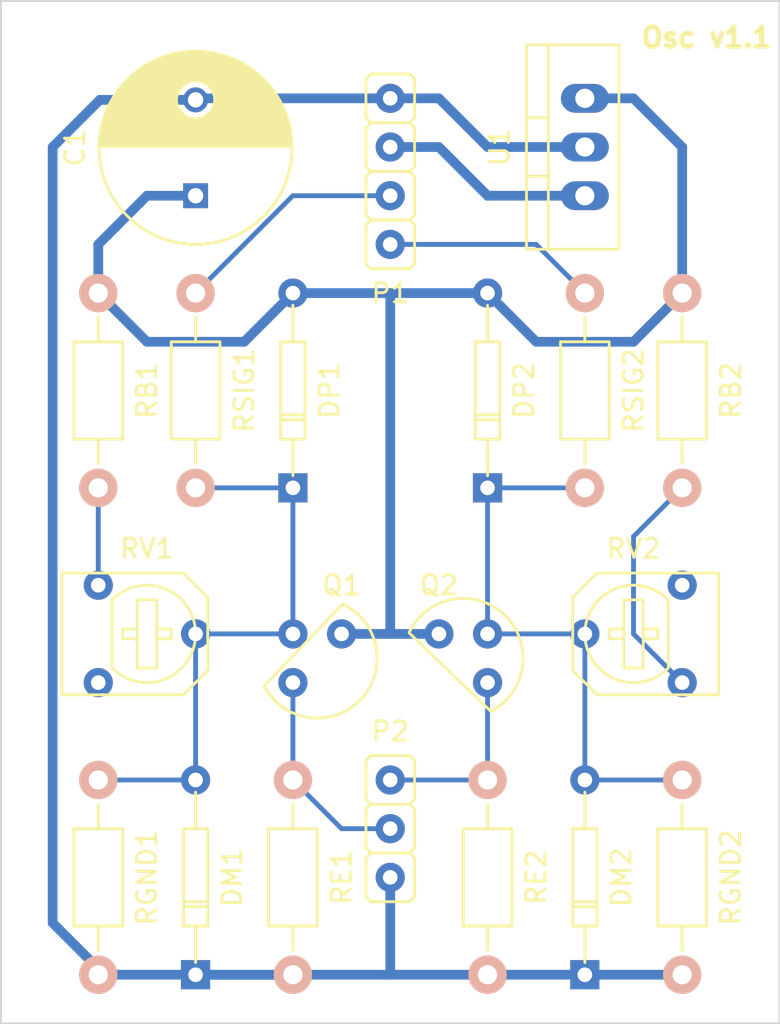
<source format=kicad_pcb>
(kicad_pcb (version 4) (host pcbnew no-vcs-found-product)

  (general
    (links 35)
    (no_connects 0)
    (area 157.429999 17.729999 198.170001 71.170001)
    (thickness 1.6)
    (drawings 5)
    (tracks 60)
    (zones 0)
    (modules 20)
    (nets 12)
  )

  (page A4)
  (layers
    (0 F.Cu signal)
    (31 B.Cu signal)
    (32 B.Adhes user)
    (33 F.Adhes user)
    (34 B.Paste user)
    (35 F.Paste user)
    (36 B.SilkS user)
    (37 F.SilkS user)
    (38 B.Mask user)
    (39 F.Mask user)
    (40 Dwgs.User user)
    (41 Cmts.User user)
    (42 Eco1.User user)
    (43 Eco2.User user)
    (44 Edge.Cuts user)
  )

  (setup
    (last_trace_width 1.016)
    (user_trace_width 0.254)
    (user_trace_width 0.508)
    (user_trace_width 1.016)
    (trace_clearance 0.254)
    (zone_clearance 0.508)
    (zone_45_only no)
    (trace_min 0.254)
    (segment_width 0.2)
    (edge_width 0.1)
    (via_size 0.889)
    (via_drill 0.635)
    (via_min_size 0.889)
    (via_min_drill 0.508)
    (uvia_size 0.508)
    (uvia_drill 0.127)
    (uvias_allowed no)
    (uvia_min_size 0.508)
    (uvia_min_drill 0.127)
    (pcb_text_width 0.3)
    (pcb_text_size 1.016 1.016)
    (mod_edge_width 0.3048)
    (mod_text_size 1 1)
    (mod_text_width 0.15)
    (pad_size 2.032 2.032)
    (pad_drill 1.27)
    (pad_to_mask_clearance 0)
    (aux_axis_origin 0 0)
    (visible_elements FFFFFF3F)
    (pcbplotparams
      (layerselection 0x00030_80000001)
      (usegerberextensions true)
      (excludeedgelayer true)
      (linewidth 0.150000)
      (plotframeref false)
      (viasonmask false)
      (mode 1)
      (useauxorigin false)
      (hpglpennumber 1)
      (hpglpenspeed 20)
      (hpglpendiameter 15)
      (hpglpenoverlay 2)
      (psnegative false)
      (psa4output false)
      (plotreference true)
      (plotvalue true)
      (plotinvisibletext false)
      (padsonsilk false)
      (subtractmaskfromsilk false)
      (outputformat 1)
      (mirror false)
      (drillshape 0)
      (scaleselection 1)
      (outputdirectory output/v1.1/))
  )

  (net 0 "")
  (net 1 GND)
  (net 2 VB1)
  (net 3 VOUT1)
  (net 4 VOUT2)
  (net 5 VSTABLE)
  (net 6 "Net-(RB1-Pad2)")
  (net 7 VIN1)
  (net 8 VIN2)
  (net 9 VCC)
  (net 10 VB2)
  (net 11 "Net-(RB2-Pad2)")

  (net_class Default "This is the default net class."
    (clearance 0.254)
    (trace_width 0.254)
    (via_dia 0.889)
    (via_drill 0.635)
    (uvia_dia 0.508)
    (uvia_drill 0.127)
    (add_net "Net-(RB1-Pad2)")
    (add_net "Net-(RB2-Pad2)")
    (add_net VB1)
    (add_net VB2)
    (add_net VIN1)
    (add_net VIN2)
    (add_net VOUT1)
    (add_net VOUT2)
  )

  (net_class Power ""
    (clearance 0.508)
    (trace_width 0.508)
    (via_dia 0.889)
    (via_drill 0.635)
    (uvia_dia 0.508)
    (uvia_drill 0.127)
    (add_net GND)
    (add_net VCC)
    (add_net VSTABLE)
  )

  (module Capacitors_THT:C_Radial_D10_L20_P5 (layer F.Cu) (tedit 584EC018) (tstamp 584E9EBB)
    (at 167.64 27.94 90)
    (descr "Radial Electrolytic Capacitor Diameter 10mm x Length 20mm, Pitch 5mm")
    (tags "Electrolytic Capacitor")
    (path /5521821E)
    (fp_text reference C1 (at 2.5 -6.3 270) (layer F.SilkS)
      (effects (font (size 1 1) (thickness 0.15)))
    )
    (fp_text value 100uF (at 8.89 0 180) (layer F.Fab) hide
      (effects (font (size 1 1) (thickness 0.15)))
    )
    (fp_line (start 2.575 -4.999) (end 2.575 4.999) (layer F.SilkS) (width 0.15))
    (fp_line (start 2.715 -4.995) (end 2.715 4.995) (layer F.SilkS) (width 0.15))
    (fp_line (start 2.855 -4.987) (end 2.855 4.987) (layer F.SilkS) (width 0.15))
    (fp_line (start 2.995 -4.975) (end 2.995 4.975) (layer F.SilkS) (width 0.15))
    (fp_line (start 3.135 -4.96) (end 3.135 4.96) (layer F.SilkS) (width 0.15))
    (fp_line (start 3.275 -4.94) (end 3.275 4.94) (layer F.SilkS) (width 0.15))
    (fp_line (start 3.415 -4.916) (end 3.415 4.916) (layer F.SilkS) (width 0.15))
    (fp_line (start 3.555 -4.887) (end 3.555 4.887) (layer F.SilkS) (width 0.15))
    (fp_line (start 3.695 -4.855) (end 3.695 4.855) (layer F.SilkS) (width 0.15))
    (fp_line (start 3.835 -4.818) (end 3.835 4.818) (layer F.SilkS) (width 0.15))
    (fp_line (start 3.975 -4.777) (end 3.975 4.777) (layer F.SilkS) (width 0.15))
    (fp_line (start 4.115 -4.732) (end 4.115 -0.466) (layer F.SilkS) (width 0.15))
    (fp_line (start 4.115 0.466) (end 4.115 4.732) (layer F.SilkS) (width 0.15))
    (fp_line (start 4.255 -4.682) (end 4.255 -0.667) (layer F.SilkS) (width 0.15))
    (fp_line (start 4.255 0.667) (end 4.255 4.682) (layer F.SilkS) (width 0.15))
    (fp_line (start 4.395 -4.627) (end 4.395 -0.796) (layer F.SilkS) (width 0.15))
    (fp_line (start 4.395 0.796) (end 4.395 4.627) (layer F.SilkS) (width 0.15))
    (fp_line (start 4.535 -4.567) (end 4.535 -0.885) (layer F.SilkS) (width 0.15))
    (fp_line (start 4.535 0.885) (end 4.535 4.567) (layer F.SilkS) (width 0.15))
    (fp_line (start 4.675 -4.502) (end 4.675 -0.946) (layer F.SilkS) (width 0.15))
    (fp_line (start 4.675 0.946) (end 4.675 4.502) (layer F.SilkS) (width 0.15))
    (fp_line (start 4.815 -4.432) (end 4.815 -0.983) (layer F.SilkS) (width 0.15))
    (fp_line (start 4.815 0.983) (end 4.815 4.432) (layer F.SilkS) (width 0.15))
    (fp_line (start 4.955 -4.356) (end 4.955 -0.999) (layer F.SilkS) (width 0.15))
    (fp_line (start 4.955 0.999) (end 4.955 4.356) (layer F.SilkS) (width 0.15))
    (fp_line (start 5.095 -4.274) (end 5.095 -0.995) (layer F.SilkS) (width 0.15))
    (fp_line (start 5.095 0.995) (end 5.095 4.274) (layer F.SilkS) (width 0.15))
    (fp_line (start 5.235 -4.186) (end 5.235 -0.972) (layer F.SilkS) (width 0.15))
    (fp_line (start 5.235 0.972) (end 5.235 4.186) (layer F.SilkS) (width 0.15))
    (fp_line (start 5.375 -4.091) (end 5.375 -0.927) (layer F.SilkS) (width 0.15))
    (fp_line (start 5.375 0.927) (end 5.375 4.091) (layer F.SilkS) (width 0.15))
    (fp_line (start 5.515 -3.989) (end 5.515 -0.857) (layer F.SilkS) (width 0.15))
    (fp_line (start 5.515 0.857) (end 5.515 3.989) (layer F.SilkS) (width 0.15))
    (fp_line (start 5.655 -3.879) (end 5.655 -0.756) (layer F.SilkS) (width 0.15))
    (fp_line (start 5.655 0.756) (end 5.655 3.879) (layer F.SilkS) (width 0.15))
    (fp_line (start 5.795 -3.761) (end 5.795 -0.607) (layer F.SilkS) (width 0.15))
    (fp_line (start 5.795 0.607) (end 5.795 3.761) (layer F.SilkS) (width 0.15))
    (fp_line (start 5.935 -3.633) (end 5.935 -0.355) (layer F.SilkS) (width 0.15))
    (fp_line (start 5.935 0.355) (end 5.935 3.633) (layer F.SilkS) (width 0.15))
    (fp_line (start 6.075 -3.496) (end 6.075 3.496) (layer F.SilkS) (width 0.15))
    (fp_line (start 6.215 -3.346) (end 6.215 3.346) (layer F.SilkS) (width 0.15))
    (fp_line (start 6.355 -3.184) (end 6.355 3.184) (layer F.SilkS) (width 0.15))
    (fp_line (start 6.495 -3.007) (end 6.495 3.007) (layer F.SilkS) (width 0.15))
    (fp_line (start 6.635 -2.811) (end 6.635 2.811) (layer F.SilkS) (width 0.15))
    (fp_line (start 6.775 -2.593) (end 6.775 2.593) (layer F.SilkS) (width 0.15))
    (fp_line (start 6.915 -2.347) (end 6.915 2.347) (layer F.SilkS) (width 0.15))
    (fp_line (start 7.055 -2.062) (end 7.055 2.062) (layer F.SilkS) (width 0.15))
    (fp_line (start 7.195 -1.72) (end 7.195 1.72) (layer F.SilkS) (width 0.15))
    (fp_line (start 7.335 -1.274) (end 7.335 1.274) (layer F.SilkS) (width 0.15))
    (fp_line (start 7.475 -0.499) (end 7.475 0.499) (layer F.SilkS) (width 0.15))
    (fp_circle (center 5 0) (end 5 -1) (layer F.SilkS) (width 0.15))
    (fp_circle (center 2.5 0) (end 2.5 -5.0375) (layer F.SilkS) (width 0.15))
    (fp_circle (center 2.5 0) (end 2.5 -5.3) (layer F.CrtYd) (width 0.05))
    (pad 1 thru_hole rect (at 0 0 90) (size 1.3 1.3) (drill 0.8) (layers *.Cu *.Mask)
      (net 5 VSTABLE))
    (pad 2 thru_hole circle (at 5 0 90) (size 1.3 1.3) (drill 0.8) (layers *.Cu *.Mask)
      (net 1 GND))
    (model Capacitors_ThroughHole.3dshapes/C_Radial_D10_L20_P5.wrl
      (at (xyz 0 0 0))
      (scale (xyz 1 1 1))
      (rotate (xyz 0 0 0))
    )
  )

  (module boul51:Diode-DO41 (layer F.Cu) (tedit 584EB940) (tstamp 584E9EC0)
    (at 167.64 63.5 90)
    (path /567ED458)
    (fp_text reference DM1 (at 0 1.905 90) (layer F.SilkS)
      (effects (font (size 1 1) (thickness 0.15)))
    )
    (fp_text value 1N4007 (at 0 0 90) (layer F.Fab) hide
      (effects (font (size 1 1) (thickness 0.15)))
    )
    (fp_line (start -1.524 -0.635) (end -1.524 0.635) (layer F.SilkS) (width 0.15))
    (fp_line (start -1.27 -0.635) (end -1.27 0.635) (layer F.SilkS) (width 0.15))
    (fp_line (start 2.54 0) (end 4.445 0) (layer F.SilkS) (width 0.15))
    (fp_line (start 2.54 0) (end 2.54 -0.635) (layer F.SilkS) (width 0.15))
    (fp_line (start 2.54 -0.635) (end -2.54 -0.635) (layer F.SilkS) (width 0.15))
    (fp_line (start -2.54 -0.635) (end -2.54 0.635) (layer F.SilkS) (width 0.15))
    (fp_line (start -2.54 0.635) (end 2.54 0.635) (layer F.SilkS) (width 0.15))
    (fp_line (start 2.54 0.635) (end 2.54 0) (layer F.SilkS) (width 0.15))
    (fp_line (start -4.445 0) (end -2.54 0) (layer F.SilkS) (width 0.15))
    (pad 1 thru_hole rect (at -5.08 0 90) (size 1.524 1.524) (drill 0.762) (layers *.Cu *.Mask)
      (net 1 GND))
    (pad 2 thru_hole circle (at 5.08 0 90) (size 1.524 1.524) (drill 0.762) (layers *.Cu *.Mask)
      (net 2 VB1))
    (model ${KIUSERMOD}/boul51.3dshapes/Diode-DO41.wrl
      (at (xyz 0 0 0))
      (scale (xyz 1 1 1))
      (rotate (xyz 0 0 0))
    )
  )

  (module boul51:Diode-DO41 (layer F.Cu) (tedit 584EB8FD) (tstamp 584E9EDC)
    (at 172.72 38.1 90)
    (path /567ED26D)
    (fp_text reference DP1 (at 0 1.905 90) (layer F.SilkS)
      (effects (font (size 1 1) (thickness 0.15)))
    )
    (fp_text value 1N4007 (at 0 0 90) (layer F.Fab) hide
      (effects (font (size 1 1) (thickness 0.15)))
    )
    (fp_line (start -1.524 -0.635) (end -1.524 0.635) (layer F.SilkS) (width 0.15))
    (fp_line (start -1.27 -0.635) (end -1.27 0.635) (layer F.SilkS) (width 0.15))
    (fp_line (start 2.54 0) (end 4.445 0) (layer F.SilkS) (width 0.15))
    (fp_line (start 2.54 0) (end 2.54 -0.635) (layer F.SilkS) (width 0.15))
    (fp_line (start 2.54 -0.635) (end -2.54 -0.635) (layer F.SilkS) (width 0.15))
    (fp_line (start -2.54 -0.635) (end -2.54 0.635) (layer F.SilkS) (width 0.15))
    (fp_line (start -2.54 0.635) (end 2.54 0.635) (layer F.SilkS) (width 0.15))
    (fp_line (start 2.54 0.635) (end 2.54 0) (layer F.SilkS) (width 0.15))
    (fp_line (start -4.445 0) (end -2.54 0) (layer F.SilkS) (width 0.15))
    (pad 1 thru_hole rect (at -5.08 0 90) (size 1.524 1.524) (drill 0.762) (layers *.Cu *.Mask)
      (net 2 VB1))
    (pad 2 thru_hole circle (at 5.08 0 90) (size 1.524 1.524) (drill 0.762) (layers *.Cu *.Mask)
      (net 5 VSTABLE))
    (model ${KIUSERMOD}/boul51.3dshapes/Diode-DO41.wrl
      (at (xyz 0 0 0))
      (scale (xyz 1 1 1))
      (rotate (xyz 0 0 0))
    )
  )

  (module boul51:TO-92_1 (layer F.Cu) (tedit 584EB94B) (tstamp 584E9EF8)
    (at 175.26 50.8 180)
    (path /5521824E)
    (fp_text reference Q1 (at 0 2.54 180) (layer F.SilkS)
      (effects (font (size 1 1) (thickness 0.15)))
    )
    (fp_text value BC547b (at 1.27 4.445 180) (layer F.Fab) hide
      (effects (font (size 1 1) (thickness 0.15)))
    )
    (fp_line (start -0.0508 1.5494) (end 4.04114 -2.71272) (layer F.SilkS) (width 0.15))
    (fp_arc (start 1.27 -1.27) (end -0.0762 1.5494) (angle 217) (layer F.SilkS) (width 0.15))
    (pad 1 thru_hole circle (at 0 0 180) (size 1.524 1.524) (drill 0.762) (layers *.Cu *.Mask)
      (net 5 VSTABLE))
    (pad 2 thru_hole circle (at 2.54 0 180) (size 1.524 1.524) (drill 0.762) (layers *.Cu *.Mask)
      (net 2 VB1))
    (pad 3 thru_hole circle (at 2.54 -2.54 180) (size 1.524 1.524) (drill 0.762) (layers *.Cu *.Mask)
      (net 3 VOUT1))
    (model /home/boul/Elec/Kicad/Lib/boul51.3dshapes/TO-92_1.wrl
      (at (xyz 0 0 0))
      (scale (xyz 1 1 1))
      (rotate (xyz 0 0 0))
    )
  )

  (module Resistors_THT:Resistor_Horizontal_RM10mm (layer F.Cu) (tedit 584EB78B) (tstamp 584E9F08)
    (at 162.56 33.02 270)
    (descr "Resistor, Axial,  RM 10mm, 1/3W")
    (tags "Resistor Axial RM 10mm 1/3W")
    (path /5521820A)
    (fp_text reference RB1 (at 5.08 -2.54 270) (layer F.SilkS)
      (effects (font (size 1 1) (thickness 0.15)))
    )
    (fp_text value 33k (at 5.08 0 270) (layer F.Fab)
      (effects (font (size 1 1) (thickness 0.15)))
    )
    (fp_line (start -1.25 -1.5) (end 11.4 -1.5) (layer F.CrtYd) (width 0.05))
    (fp_line (start -1.25 1.5) (end -1.25 -1.5) (layer F.CrtYd) (width 0.05))
    (fp_line (start 11.4 -1.5) (end 11.4 1.5) (layer F.CrtYd) (width 0.05))
    (fp_line (start -1.25 1.5) (end 11.4 1.5) (layer F.CrtYd) (width 0.05))
    (fp_line (start 2.54 -1.27) (end 7.62 -1.27) (layer F.SilkS) (width 0.15))
    (fp_line (start 7.62 -1.27) (end 7.62 1.27) (layer F.SilkS) (width 0.15))
    (fp_line (start 7.62 1.27) (end 2.54 1.27) (layer F.SilkS) (width 0.15))
    (fp_line (start 2.54 1.27) (end 2.54 -1.27) (layer F.SilkS) (width 0.15))
    (fp_line (start 2.54 0) (end 1.27 0) (layer F.SilkS) (width 0.15))
    (fp_line (start 7.62 0) (end 8.89 0) (layer F.SilkS) (width 0.15))
    (pad 1 thru_hole circle (at 0 0 270) (size 1.99898 1.99898) (drill 1.00076) (layers *.Cu *.SilkS *.Mask)
      (net 5 VSTABLE))
    (pad 2 thru_hole circle (at 10.16 0 270) (size 1.99898 1.99898) (drill 1.00076) (layers *.Cu *.SilkS *.Mask)
      (net 6 "Net-(RB1-Pad2)"))
    (model Resistors_ThroughHole.3dshapes/Resistor_Horizontal_RM10mm.wrl
      (at (xyz 0.2 0 0))
      (scale (xyz 0.4 0.4 0.4))
      (rotate (xyz 0 0 0))
    )
  )

  (module Resistors_THT:Resistor_Horizontal_RM10mm (layer F.Cu) (tedit 584EB934) (tstamp 584E9F12)
    (at 172.72 58.42 270)
    (descr "Resistor, Axial,  RM 10mm, 1/3W")
    (tags "Resistor Axial RM 10mm 1/3W")
    (path /55218DEE)
    (fp_text reference RE1 (at 5.08 -2.54 270) (layer F.SilkS)
      (effects (font (size 1 1) (thickness 0.15)))
    )
    (fp_text value 1k (at 5.08 0 270) (layer F.Fab)
      (effects (font (size 1 1) (thickness 0.15)))
    )
    (fp_line (start -1.25 -1.5) (end 11.4 -1.5) (layer F.CrtYd) (width 0.05))
    (fp_line (start -1.25 1.5) (end -1.25 -1.5) (layer F.CrtYd) (width 0.05))
    (fp_line (start 11.4 -1.5) (end 11.4 1.5) (layer F.CrtYd) (width 0.05))
    (fp_line (start -1.25 1.5) (end 11.4 1.5) (layer F.CrtYd) (width 0.05))
    (fp_line (start 2.54 -1.27) (end 7.62 -1.27) (layer F.SilkS) (width 0.15))
    (fp_line (start 7.62 -1.27) (end 7.62 1.27) (layer F.SilkS) (width 0.15))
    (fp_line (start 7.62 1.27) (end 2.54 1.27) (layer F.SilkS) (width 0.15))
    (fp_line (start 2.54 1.27) (end 2.54 -1.27) (layer F.SilkS) (width 0.15))
    (fp_line (start 2.54 0) (end 1.27 0) (layer F.SilkS) (width 0.15))
    (fp_line (start 7.62 0) (end 8.89 0) (layer F.SilkS) (width 0.15))
    (pad 1 thru_hole circle (at 0 0 270) (size 1.99898 1.99898) (drill 1.00076) (layers *.Cu *.SilkS *.Mask)
      (net 3 VOUT1))
    (pad 2 thru_hole circle (at 10.16 0 270) (size 1.99898 1.99898) (drill 1.00076) (layers *.Cu *.SilkS *.Mask)
      (net 1 GND))
    (model Resistors_ThroughHole.3dshapes/Resistor_Horizontal_RM10mm.wrl
      (at (xyz 0.2 0 0))
      (scale (xyz 0.4 0.4 0.4))
      (rotate (xyz 0 0 0))
    )
  )

  (module Resistors_THT:Resistor_Horizontal_RM10mm (layer F.Cu) (tedit 584EB7BD) (tstamp 584E9F1C)
    (at 162.56 58.42 270)
    (descr "Resistor, Axial,  RM 10mm, 1/3W")
    (tags "Resistor Axial RM 10mm 1/3W")
    (path /55218E22)
    (fp_text reference RGND1 (at 5.08 -2.54 270) (layer F.SilkS)
      (effects (font (size 1 1) (thickness 0.15)))
    )
    (fp_text value 56k (at 5.08 0 270) (layer F.Fab)
      (effects (font (size 1 1) (thickness 0.15)))
    )
    (fp_line (start -1.25 -1.5) (end 11.4 -1.5) (layer F.CrtYd) (width 0.05))
    (fp_line (start -1.25 1.5) (end -1.25 -1.5) (layer F.CrtYd) (width 0.05))
    (fp_line (start 11.4 -1.5) (end 11.4 1.5) (layer F.CrtYd) (width 0.05))
    (fp_line (start -1.25 1.5) (end 11.4 1.5) (layer F.CrtYd) (width 0.05))
    (fp_line (start 2.54 -1.27) (end 7.62 -1.27) (layer F.SilkS) (width 0.15))
    (fp_line (start 7.62 -1.27) (end 7.62 1.27) (layer F.SilkS) (width 0.15))
    (fp_line (start 7.62 1.27) (end 2.54 1.27) (layer F.SilkS) (width 0.15))
    (fp_line (start 2.54 1.27) (end 2.54 -1.27) (layer F.SilkS) (width 0.15))
    (fp_line (start 2.54 0) (end 1.27 0) (layer F.SilkS) (width 0.15))
    (fp_line (start 7.62 0) (end 8.89 0) (layer F.SilkS) (width 0.15))
    (pad 1 thru_hole circle (at 0 0 270) (size 1.99898 1.99898) (drill 1.00076) (layers *.Cu *.SilkS *.Mask)
      (net 2 VB1))
    (pad 2 thru_hole circle (at 10.16 0 270) (size 1.99898 1.99898) (drill 1.00076) (layers *.Cu *.SilkS *.Mask)
      (net 1 GND))
    (model Resistors_ThroughHole.3dshapes/Resistor_Horizontal_RM10mm.wrl
      (at (xyz 0.2 0 0))
      (scale (xyz 0.4 0.4 0.4))
      (rotate (xyz 0 0 0))
    )
  )

  (module Resistors_THT:Resistor_Horizontal_RM10mm (layer F.Cu) (tedit 584EB786) (tstamp 584E9F26)
    (at 167.64 33.02 270)
    (descr "Resistor, Axial,  RM 10mm, 1/3W")
    (tags "Resistor Axial RM 10mm 1/3W")
    (path /55218E14)
    (fp_text reference RSIG1 (at 5.08 -2.54 270) (layer F.SilkS)
      (effects (font (size 1 1) (thickness 0.15)))
    )
    (fp_text value 1MEG (at 5.08 0 270) (layer F.Fab)
      (effects (font (size 1 1) (thickness 0.15)))
    )
    (fp_line (start -1.25 -1.5) (end 11.4 -1.5) (layer F.CrtYd) (width 0.05))
    (fp_line (start -1.25 1.5) (end -1.25 -1.5) (layer F.CrtYd) (width 0.05))
    (fp_line (start 11.4 -1.5) (end 11.4 1.5) (layer F.CrtYd) (width 0.05))
    (fp_line (start -1.25 1.5) (end 11.4 1.5) (layer F.CrtYd) (width 0.05))
    (fp_line (start 2.54 -1.27) (end 7.62 -1.27) (layer F.SilkS) (width 0.15))
    (fp_line (start 7.62 -1.27) (end 7.62 1.27) (layer F.SilkS) (width 0.15))
    (fp_line (start 7.62 1.27) (end 2.54 1.27) (layer F.SilkS) (width 0.15))
    (fp_line (start 2.54 1.27) (end 2.54 -1.27) (layer F.SilkS) (width 0.15))
    (fp_line (start 2.54 0) (end 1.27 0) (layer F.SilkS) (width 0.15))
    (fp_line (start 7.62 0) (end 8.89 0) (layer F.SilkS) (width 0.15))
    (pad 1 thru_hole circle (at 0 0 270) (size 1.99898 1.99898) (drill 1.00076) (layers *.Cu *.SilkS *.Mask)
      (net 7 VIN1))
    (pad 2 thru_hole circle (at 10.16 0 270) (size 1.99898 1.99898) (drill 1.00076) (layers *.Cu *.SilkS *.Mask)
      (net 2 VB1))
    (model Resistors_ThroughHole.3dshapes/Resistor_Horizontal_RM10mm.wrl
      (at (xyz 0.2 0 0))
      (scale (xyz 0.4 0.4 0.4))
      (rotate (xyz 0 0 0))
    )
  )

  (module boul51:Pot_5x8mm (layer F.Cu) (tedit 584EB8D0) (tstamp 584E9F30)
    (at 165.1 50.8 270)
    (path /5523F1E1)
    (fp_text reference RV1 (at -4.445 0 360) (layer F.SilkS)
      (effects (font (size 1 1) (thickness 0.15)))
    )
    (fp_text value 47k (at 0 3.175 270) (layer F.Fab)
      (effects (font (size 1 1) (thickness 0.15)))
    )
    (fp_line (start -0.254 -0.508) (end -0.254 -1.27) (layer F.SilkS) (width 0.15))
    (fp_line (start -0.254 -1.27) (end 0.254 -1.27) (layer F.SilkS) (width 0.15))
    (fp_line (start 0.254 -1.27) (end 0.254 -0.508) (layer F.SilkS) (width 0.15))
    (fp_line (start -0.254 0.508) (end -0.254 1.27) (layer F.SilkS) (width 0.15))
    (fp_line (start -0.254 1.27) (end 0.254 1.27) (layer F.SilkS) (width 0.15))
    (fp_line (start 0.254 1.27) (end 0.254 0.508) (layer F.SilkS) (width 0.15))
    (fp_line (start 1.778 0) (end 1.778 -0.508) (layer F.SilkS) (width 0.15))
    (fp_line (start 1.778 -0.508) (end -1.778 -0.508) (layer F.SilkS) (width 0.15))
    (fp_line (start -1.778 -0.508) (end -1.778 0.508) (layer F.SilkS) (width 0.15))
    (fp_line (start -1.778 0.508) (end 1.778 0.508) (layer F.SilkS) (width 0.15))
    (fp_line (start 1.778 0.508) (end 1.778 0) (layer F.SilkS) (width 0.15))
    (fp_line (start -1.78308 1.8161) (end 1.78816 1.8161) (layer F.SilkS) (width 0.15))
    (fp_arc (start 0 0) (end -2.54 0) (angle -45) (layer F.SilkS) (width 0.15))
    (fp_arc (start 0 0) (end 2.54 0) (angle 45) (layer F.SilkS) (width 0.15))
    (fp_arc (start 0 0) (end 2.54 0) (angle -180) (layer F.SilkS) (width 0.15))
    (fp_line (start -3.175 -1.905) (end -3.175 4.445) (layer F.SilkS) (width 0.15))
    (fp_line (start 3.175 -1.905) (end 3.175 4.445) (layer F.SilkS) (width 0.15))
    (fp_line (start -3.175 -1.905) (end -1.905 -3.175) (layer F.SilkS) (width 0.15))
    (fp_line (start -1.905 -3.175) (end 1.905 -3.175) (layer F.SilkS) (width 0.15))
    (fp_line (start 1.905 -3.175) (end 3.175 -1.905) (layer F.SilkS) (width 0.15))
    (fp_line (start 3.175 4.445) (end -3.175 4.445) (layer F.SilkS) (width 0.15))
    (pad 1 thru_hole circle (at -2.54 2.54 270) (size 1.524 1.524) (drill 0.762) (layers *.Cu *.Mask)
      (net 6 "Net-(RB1-Pad2)"))
    (pad 2 thru_hole circle (at 0 -2.54 270) (size 1.524 1.524) (drill 0.762) (layers *.Cu *.Mask)
      (net 2 VB1))
    (pad 3 thru_hole circle (at 2.54 2.54 270) (size 1.524 1.524) (drill 0.762) (layers *.Cu *.Mask))
    (model ${KIUSERMOD}/boul51.3dshapes/Pot_5x8mm.wrl
      (at (xyz 0 0 0))
      (scale (xyz 1 1 1))
      (rotate (xyz 0 0 0))
    )
  )

  (module TO_SOT_Packages_THT:TO-220_Neutral123_Vertical (layer F.Cu) (tedit 584EC01B) (tstamp 584E9F66)
    (at 187.96 25.4 90)
    (descr "TO-220, Neutral, Vertical,")
    (tags "TO-220, Neutral, Vertical,")
    (path /552181E0)
    (fp_text reference U1 (at 0 -4.445 270) (layer F.SilkS)
      (effects (font (size 1 1) (thickness 0.15)))
    )
    (fp_text value LM2931A (at 6.35 -0.635 180) (layer F.Fab) hide
      (effects (font (size 1 1) (thickness 0.15)))
    )
    (fp_line (start -1.524 -3.048) (end -1.524 -1.905) (layer F.SilkS) (width 0.15))
    (fp_line (start 1.524 -3.048) (end 1.524 -1.905) (layer F.SilkS) (width 0.15))
    (fp_line (start 5.334 -1.905) (end 5.334 1.778) (layer F.SilkS) (width 0.15))
    (fp_line (start 5.334 1.778) (end -5.334 1.778) (layer F.SilkS) (width 0.15))
    (fp_line (start -5.334 1.778) (end -5.334 -1.905) (layer F.SilkS) (width 0.15))
    (fp_line (start 5.334 -3.048) (end 5.334 -1.905) (layer F.SilkS) (width 0.15))
    (fp_line (start 5.334 -1.905) (end -5.334 -1.905) (layer F.SilkS) (width 0.15))
    (fp_line (start -5.334 -1.905) (end -5.334 -3.048) (layer F.SilkS) (width 0.15))
    (fp_line (start 0 -3.048) (end -5.334 -3.048) (layer F.SilkS) (width 0.15))
    (fp_line (start 0 -3.048) (end 5.334 -3.048) (layer F.SilkS) (width 0.15))
    (pad 2 thru_hole oval (at 0 0 180) (size 2.49936 1.50114) (drill 1.00076) (layers *.Cu *.Mask)
      (net 1 GND))
    (pad 1 thru_hole oval (at -2.54 0 180) (size 2.49936 1.50114) (drill 1.00076) (layers *.Cu *.Mask)
      (net 9 VCC))
    (pad 3 thru_hole oval (at 2.54 0 180) (size 2.49936 1.50114) (drill 1.00076) (layers *.Cu *.Mask)
      (net 5 VSTABLE))
    (model TO_SOT_Packages_THT.3dshapes/TO-220_Neutral123_Vertical.wrl
      (at (xyz 0 0 0))
      (scale (xyz 0.3937 0.3937 0.3937))
      (rotate (xyz 0 0 0))
    )
  )

  (module boul51:Diode-DO41 (layer F.Cu) (tedit 584EB939) (tstamp 584EAAAF)
    (at 187.96 63.5 90)
    (path /567ECDB6)
    (fp_text reference DM2 (at 0 1.905 90) (layer F.SilkS)
      (effects (font (size 1 1) (thickness 0.15)))
    )
    (fp_text value 1N4007 (at 0 0 90) (layer F.Fab) hide
      (effects (font (size 1 1) (thickness 0.15)))
    )
    (fp_line (start -1.524 -0.635) (end -1.524 0.635) (layer F.SilkS) (width 0.15))
    (fp_line (start -1.27 -0.635) (end -1.27 0.635) (layer F.SilkS) (width 0.15))
    (fp_line (start 2.54 0) (end 4.445 0) (layer F.SilkS) (width 0.15))
    (fp_line (start 2.54 0) (end 2.54 -0.635) (layer F.SilkS) (width 0.15))
    (fp_line (start 2.54 -0.635) (end -2.54 -0.635) (layer F.SilkS) (width 0.15))
    (fp_line (start -2.54 -0.635) (end -2.54 0.635) (layer F.SilkS) (width 0.15))
    (fp_line (start -2.54 0.635) (end 2.54 0.635) (layer F.SilkS) (width 0.15))
    (fp_line (start 2.54 0.635) (end 2.54 0) (layer F.SilkS) (width 0.15))
    (fp_line (start -4.445 0) (end -2.54 0) (layer F.SilkS) (width 0.15))
    (pad 1 thru_hole rect (at -5.08 0 90) (size 1.524 1.524) (drill 0.762) (layers *.Cu *.Mask)
      (net 1 GND))
    (pad 2 thru_hole circle (at 5.08 0 90) (size 1.524 1.524) (drill 0.762) (layers *.Cu *.Mask)
      (net 10 VB2))
    (model ${KIUSERMOD}/boul51.3dshapes/Diode-DO41.wrl
      (at (xyz 0 0 0))
      (scale (xyz 1 1 1))
      (rotate (xyz 0 0 0))
    )
  )

  (module boul51:Diode-DO41 (layer F.Cu) (tedit 584EB8F8) (tstamp 584EAABE)
    (at 182.88 38.1 90)
    (path /567EC9C7)
    (fp_text reference DP2 (at 0 1.905 90) (layer F.SilkS)
      (effects (font (size 1 1) (thickness 0.15)))
    )
    (fp_text value 1N4007 (at 0 0 90) (layer F.Fab) hide
      (effects (font (size 1 1) (thickness 0.15)))
    )
    (fp_line (start -1.524 -0.635) (end -1.524 0.635) (layer F.SilkS) (width 0.15))
    (fp_line (start -1.27 -0.635) (end -1.27 0.635) (layer F.SilkS) (width 0.15))
    (fp_line (start 2.54 0) (end 4.445 0) (layer F.SilkS) (width 0.15))
    (fp_line (start 2.54 0) (end 2.54 -0.635) (layer F.SilkS) (width 0.15))
    (fp_line (start 2.54 -0.635) (end -2.54 -0.635) (layer F.SilkS) (width 0.15))
    (fp_line (start -2.54 -0.635) (end -2.54 0.635) (layer F.SilkS) (width 0.15))
    (fp_line (start -2.54 0.635) (end 2.54 0.635) (layer F.SilkS) (width 0.15))
    (fp_line (start 2.54 0.635) (end 2.54 0) (layer F.SilkS) (width 0.15))
    (fp_line (start -4.445 0) (end -2.54 0) (layer F.SilkS) (width 0.15))
    (pad 1 thru_hole rect (at -5.08 0 90) (size 1.524 1.524) (drill 0.762) (layers *.Cu *.Mask)
      (net 10 VB2))
    (pad 2 thru_hole circle (at 5.08 0 90) (size 1.524 1.524) (drill 0.762) (layers *.Cu *.Mask)
      (net 5 VSTABLE))
    (model ${KIUSERMOD}/boul51.3dshapes/Diode-DO41.wrl
      (at (xyz 0 0 0))
      (scale (xyz 1 1 1))
      (rotate (xyz 0 0 0))
    )
  )

  (module Resistors_THT:Resistor_Horizontal_RM10mm (layer F.Cu) (tedit 584EB765) (tstamp 584EAACD)
    (at 193.04 33.02 270)
    (descr "Resistor, Axial,  RM 10mm, 1/3W")
    (tags "Resistor Axial RM 10mm 1/3W")
    (path /5523F46B)
    (fp_text reference RB2 (at 5.08 -2.54 270) (layer F.SilkS)
      (effects (font (size 1 1) (thickness 0.15)))
    )
    (fp_text value 33k (at 5.08 0 270) (layer F.Fab)
      (effects (font (size 1 1) (thickness 0.15)))
    )
    (fp_line (start -1.25 -1.5) (end 11.4 -1.5) (layer F.CrtYd) (width 0.05))
    (fp_line (start -1.25 1.5) (end -1.25 -1.5) (layer F.CrtYd) (width 0.05))
    (fp_line (start 11.4 -1.5) (end 11.4 1.5) (layer F.CrtYd) (width 0.05))
    (fp_line (start -1.25 1.5) (end 11.4 1.5) (layer F.CrtYd) (width 0.05))
    (fp_line (start 2.54 -1.27) (end 7.62 -1.27) (layer F.SilkS) (width 0.15))
    (fp_line (start 7.62 -1.27) (end 7.62 1.27) (layer F.SilkS) (width 0.15))
    (fp_line (start 7.62 1.27) (end 2.54 1.27) (layer F.SilkS) (width 0.15))
    (fp_line (start 2.54 1.27) (end 2.54 -1.27) (layer F.SilkS) (width 0.15))
    (fp_line (start 2.54 0) (end 1.27 0) (layer F.SilkS) (width 0.15))
    (fp_line (start 7.62 0) (end 8.89 0) (layer F.SilkS) (width 0.15))
    (pad 1 thru_hole circle (at 0 0 270) (size 1.99898 1.99898) (drill 1.00076) (layers *.Cu *.SilkS *.Mask)
      (net 5 VSTABLE))
    (pad 2 thru_hole circle (at 10.16 0 270) (size 1.99898 1.99898) (drill 1.00076) (layers *.Cu *.SilkS *.Mask)
      (net 11 "Net-(RB2-Pad2)"))
    (model Resistors_ThroughHole.3dshapes/Resistor_Horizontal_RM10mm.wrl
      (at (xyz 0.2 0 0))
      (scale (xyz 0.4 0.4 0.4))
      (rotate (xyz 0 0 0))
    )
  )

  (module Resistors_THT:Resistor_Horizontal_RM10mm (layer F.Cu) (tedit 584EB93B) (tstamp 584EAAD3)
    (at 182.88 58.42 270)
    (descr "Resistor, Axial,  RM 10mm, 1/3W")
    (tags "Resistor Axial RM 10mm 1/3W")
    (path /5523F477)
    (fp_text reference RE2 (at 5.08 -2.54 270) (layer F.SilkS)
      (effects (font (size 1 1) (thickness 0.15)))
    )
    (fp_text value 1k (at 5.08 0 270) (layer F.Fab)
      (effects (font (size 1 1) (thickness 0.15)))
    )
    (fp_line (start -1.25 -1.5) (end 11.4 -1.5) (layer F.CrtYd) (width 0.05))
    (fp_line (start -1.25 1.5) (end -1.25 -1.5) (layer F.CrtYd) (width 0.05))
    (fp_line (start 11.4 -1.5) (end 11.4 1.5) (layer F.CrtYd) (width 0.05))
    (fp_line (start -1.25 1.5) (end 11.4 1.5) (layer F.CrtYd) (width 0.05))
    (fp_line (start 2.54 -1.27) (end 7.62 -1.27) (layer F.SilkS) (width 0.15))
    (fp_line (start 7.62 -1.27) (end 7.62 1.27) (layer F.SilkS) (width 0.15))
    (fp_line (start 7.62 1.27) (end 2.54 1.27) (layer F.SilkS) (width 0.15))
    (fp_line (start 2.54 1.27) (end 2.54 -1.27) (layer F.SilkS) (width 0.15))
    (fp_line (start 2.54 0) (end 1.27 0) (layer F.SilkS) (width 0.15))
    (fp_line (start 7.62 0) (end 8.89 0) (layer F.SilkS) (width 0.15))
    (pad 1 thru_hole circle (at 0 0 270) (size 1.99898 1.99898) (drill 1.00076) (layers *.Cu *.SilkS *.Mask)
      (net 4 VOUT2))
    (pad 2 thru_hole circle (at 10.16 0 270) (size 1.99898 1.99898) (drill 1.00076) (layers *.Cu *.SilkS *.Mask)
      (net 1 GND))
    (model Resistors_ThroughHole.3dshapes/Resistor_Horizontal_RM10mm.wrl
      (at (xyz 0.2 0 0))
      (scale (xyz 0.4 0.4 0.4))
      (rotate (xyz 0 0 0))
    )
  )

  (module Resistors_THT:Resistor_Horizontal_RM10mm (layer F.Cu) (tedit 584EB8DD) (tstamp 584EAAD9)
    (at 193.04 58.42 270)
    (descr "Resistor, Axial,  RM 10mm, 1/3W")
    (tags "Resistor Axial RM 10mm 1/3W")
    (path /5523F489)
    (fp_text reference RGND2 (at 5.08 -2.54 270) (layer F.SilkS)
      (effects (font (size 1 1) (thickness 0.15)))
    )
    (fp_text value 56k (at 5.08 0 270) (layer F.Fab)
      (effects (font (size 1 1) (thickness 0.15)))
    )
    (fp_line (start -1.25 -1.5) (end 11.4 -1.5) (layer F.CrtYd) (width 0.05))
    (fp_line (start -1.25 1.5) (end -1.25 -1.5) (layer F.CrtYd) (width 0.05))
    (fp_line (start 11.4 -1.5) (end 11.4 1.5) (layer F.CrtYd) (width 0.05))
    (fp_line (start -1.25 1.5) (end 11.4 1.5) (layer F.CrtYd) (width 0.05))
    (fp_line (start 2.54 -1.27) (end 7.62 -1.27) (layer F.SilkS) (width 0.15))
    (fp_line (start 7.62 -1.27) (end 7.62 1.27) (layer F.SilkS) (width 0.15))
    (fp_line (start 7.62 1.27) (end 2.54 1.27) (layer F.SilkS) (width 0.15))
    (fp_line (start 2.54 1.27) (end 2.54 -1.27) (layer F.SilkS) (width 0.15))
    (fp_line (start 2.54 0) (end 1.27 0) (layer F.SilkS) (width 0.15))
    (fp_line (start 7.62 0) (end 8.89 0) (layer F.SilkS) (width 0.15))
    (pad 1 thru_hole circle (at 0 0 270) (size 1.99898 1.99898) (drill 1.00076) (layers *.Cu *.SilkS *.Mask)
      (net 10 VB2))
    (pad 2 thru_hole circle (at 10.16 0 270) (size 1.99898 1.99898) (drill 1.00076) (layers *.Cu *.SilkS *.Mask)
      (net 1 GND))
    (model Resistors_ThroughHole.3dshapes/Resistor_Horizontal_RM10mm.wrl
      (at (xyz 0.2 0 0))
      (scale (xyz 0.4 0.4 0.4))
      (rotate (xyz 0 0 0))
    )
  )

  (module Resistors_THT:Resistor_Horizontal_RM10mm (layer F.Cu) (tedit 584EB794) (tstamp 584EAADF)
    (at 187.96 33.02 270)
    (descr "Resistor, Axial,  RM 10mm, 1/3W")
    (tags "Resistor Axial RM 10mm 1/3W")
    (path /5523F483)
    (fp_text reference RSIG2 (at 5.08 -2.54 270) (layer F.SilkS)
      (effects (font (size 1 1) (thickness 0.15)))
    )
    (fp_text value 1MEG (at 5.08 0 270) (layer F.Fab)
      (effects (font (size 1 1) (thickness 0.15)))
    )
    (fp_line (start -1.25 -1.5) (end 11.4 -1.5) (layer F.CrtYd) (width 0.05))
    (fp_line (start -1.25 1.5) (end -1.25 -1.5) (layer F.CrtYd) (width 0.05))
    (fp_line (start 11.4 -1.5) (end 11.4 1.5) (layer F.CrtYd) (width 0.05))
    (fp_line (start -1.25 1.5) (end 11.4 1.5) (layer F.CrtYd) (width 0.05))
    (fp_line (start 2.54 -1.27) (end 7.62 -1.27) (layer F.SilkS) (width 0.15))
    (fp_line (start 7.62 -1.27) (end 7.62 1.27) (layer F.SilkS) (width 0.15))
    (fp_line (start 7.62 1.27) (end 2.54 1.27) (layer F.SilkS) (width 0.15))
    (fp_line (start 2.54 1.27) (end 2.54 -1.27) (layer F.SilkS) (width 0.15))
    (fp_line (start 2.54 0) (end 1.27 0) (layer F.SilkS) (width 0.15))
    (fp_line (start 7.62 0) (end 8.89 0) (layer F.SilkS) (width 0.15))
    (pad 1 thru_hole circle (at 0 0 270) (size 1.99898 1.99898) (drill 1.00076) (layers *.Cu *.SilkS *.Mask)
      (net 8 VIN2))
    (pad 2 thru_hole circle (at 10.16 0 270) (size 1.99898 1.99898) (drill 1.00076) (layers *.Cu *.SilkS *.Mask)
      (net 10 VB2))
    (model Resistors_ThroughHole.3dshapes/Resistor_Horizontal_RM10mm.wrl
      (at (xyz 0.2 0 0))
      (scale (xyz 0.4 0.4 0.4))
      (rotate (xyz 0 0 0))
    )
  )

  (module boul51:Pot_5x8mm (layer F.Cu) (tedit 584EB8D3) (tstamp 584EAAFB)
    (at 190.5 50.8 90)
    (path /5523F4B3)
    (fp_text reference RV2 (at 4.445 0 180) (layer F.SilkS)
      (effects (font (size 1 1) (thickness 0.15)))
    )
    (fp_text value 47k (at 0 3.175 90) (layer F.Fab)
      (effects (font (size 1 1) (thickness 0.15)))
    )
    (fp_line (start -0.254 -0.508) (end -0.254 -1.27) (layer F.SilkS) (width 0.15))
    (fp_line (start -0.254 -1.27) (end 0.254 -1.27) (layer F.SilkS) (width 0.15))
    (fp_line (start 0.254 -1.27) (end 0.254 -0.508) (layer F.SilkS) (width 0.15))
    (fp_line (start -0.254 0.508) (end -0.254 1.27) (layer F.SilkS) (width 0.15))
    (fp_line (start -0.254 1.27) (end 0.254 1.27) (layer F.SilkS) (width 0.15))
    (fp_line (start 0.254 1.27) (end 0.254 0.508) (layer F.SilkS) (width 0.15))
    (fp_line (start 1.778 0) (end 1.778 -0.508) (layer F.SilkS) (width 0.15))
    (fp_line (start 1.778 -0.508) (end -1.778 -0.508) (layer F.SilkS) (width 0.15))
    (fp_line (start -1.778 -0.508) (end -1.778 0.508) (layer F.SilkS) (width 0.15))
    (fp_line (start -1.778 0.508) (end 1.778 0.508) (layer F.SilkS) (width 0.15))
    (fp_line (start 1.778 0.508) (end 1.778 0) (layer F.SilkS) (width 0.15))
    (fp_line (start -1.78308 1.8161) (end 1.78816 1.8161) (layer F.SilkS) (width 0.15))
    (fp_arc (start 0 0) (end -2.54 0) (angle -45) (layer F.SilkS) (width 0.15))
    (fp_arc (start 0 0) (end 2.54 0) (angle 45) (layer F.SilkS) (width 0.15))
    (fp_arc (start 0 0) (end 2.54 0) (angle -180) (layer F.SilkS) (width 0.15))
    (fp_line (start -3.175 -1.905) (end -3.175 4.445) (layer F.SilkS) (width 0.15))
    (fp_line (start 3.175 -1.905) (end 3.175 4.445) (layer F.SilkS) (width 0.15))
    (fp_line (start -3.175 -1.905) (end -1.905 -3.175) (layer F.SilkS) (width 0.15))
    (fp_line (start -1.905 -3.175) (end 1.905 -3.175) (layer F.SilkS) (width 0.15))
    (fp_line (start 1.905 -3.175) (end 3.175 -1.905) (layer F.SilkS) (width 0.15))
    (fp_line (start 3.175 4.445) (end -3.175 4.445) (layer F.SilkS) (width 0.15))
    (pad 1 thru_hole circle (at -2.54 2.54 90) (size 1.524 1.524) (drill 0.762) (layers *.Cu *.Mask)
      (net 11 "Net-(RB2-Pad2)"))
    (pad 2 thru_hole circle (at 0 -2.54 90) (size 1.524 1.524) (drill 0.762) (layers *.Cu *.Mask)
      (net 10 VB2))
    (pad 3 thru_hole circle (at 2.54 2.54 90) (size 1.524 1.524) (drill 0.762) (layers *.Cu *.Mask))
    (model ${KIUSERMOD}/boul51.3dshapes/Pot_5x8mm.wrl
      (at (xyz 0 0 0))
      (scale (xyz 1 1 1))
      (rotate (xyz 0 0 0))
    )
  )

  (module boul51:TO-92_2 (layer F.Cu) (tedit 584EB950) (tstamp 584EAD24)
    (at 180.34 50.8 270)
    (path /5523F471)
    (fp_text reference Q2 (at -2.54 0 360) (layer F.SilkS)
      (effects (font (size 1 1) (thickness 0.15)))
    )
    (fp_text value BC547b (at -4.445 -1.905 360) (layer F.Fab) hide
      (effects (font (size 1 1) (thickness 0.15)))
    )
    (fp_line (start -0.0508 1.5494) (end 4.04114 -2.71272) (layer F.SilkS) (width 0.15))
    (fp_arc (start 1.27 -1.27) (end -0.0762 1.5494) (angle 217) (layer F.SilkS) (width 0.15))
    (pad 1 thru_hole circle (at 0 0 270) (size 1.524 1.524) (drill 0.762) (layers *.Cu *.Mask)
      (net 5 VSTABLE))
    (pad 2 thru_hole circle (at 0 -2.54 270) (size 1.524 1.524) (drill 0.762) (layers *.Cu *.Mask)
      (net 10 VB2))
    (pad 3 thru_hole circle (at 2.54 -2.54 270) (size 1.524 1.524) (drill 0.762) (layers *.Cu *.Mask)
      (net 4 VOUT2))
    (model /home/boul/Elec/Kicad/Lib/boul51.3dshapes/TO-92_2.wrl
      (at (xyz 0 0 0))
      (scale (xyz 1 1 1))
      (rotate (xyz 0 0 0))
    )
  )

  (module boul51:PinHeader_x4 (layer F.Cu) (tedit 584EC015) (tstamp 584EB4B9)
    (at 177.8 25.4 270)
    (path /584EB11D)
    (fp_text reference P1 (at 7.62 0 360) (layer F.SilkS)
      (effects (font (size 1 1) (thickness 0.15)))
    )
    (fp_text value CONN_01X04 (at 1.27 -2.54 270) (layer F.Fab) hide
      (effects (font (size 1 1) (thickness 0.15)))
    )
    (fp_line (start 3.81 1.016) (end 3.81 -1.016) (layer F.SilkS) (width 0.15))
    (fp_line (start 6.096 -1.27) (end 4.064 -1.27) (layer F.SilkS) (width 0.15))
    (fp_line (start 6.35 -1.016) (end 6.096 -1.27) (layer F.SilkS) (width 0.15))
    (fp_line (start 6.35 1.016) (end 6.35 -1.016) (layer F.SilkS) (width 0.15))
    (fp_line (start 6.096 1.27) (end 6.35 1.016) (layer F.SilkS) (width 0.15))
    (fp_line (start 4.064 1.27) (end 6.096 1.27) (layer F.SilkS) (width 0.15))
    (fp_line (start 3.81 1.016) (end 4.064 1.27) (layer F.SilkS) (width 0.15))
    (fp_line (start 3.81 0) (end 3.81 1.016) (layer F.SilkS) (width 0.15))
    (fp_line (start 3.81 -1.016) (end 3.81 0) (layer F.SilkS) (width 0.15))
    (fp_line (start 4.064 -1.27) (end 3.81 -1.016) (layer F.SilkS) (width 0.15))
    (fp_line (start 3.81 1.016) (end 3.81 -1.016) (layer F.SilkS) (width 0.15))
    (fp_line (start 1.27 1.016) (end 1.27 -1.016) (layer F.SilkS) (width 0.15))
    (fp_line (start 1.524 -1.27) (end 1.27 -1.016) (layer F.SilkS) (width 0.15))
    (fp_line (start 1.27 -1.016) (end 1.27 0) (layer F.SilkS) (width 0.15))
    (fp_line (start 1.27 0) (end 1.27 1.016) (layer F.SilkS) (width 0.15))
    (fp_line (start 1.27 1.016) (end 1.524 1.27) (layer F.SilkS) (width 0.15))
    (fp_line (start 1.524 1.27) (end 3.556 1.27) (layer F.SilkS) (width 0.15))
    (fp_line (start 3.556 1.27) (end 3.81 1.016) (layer F.SilkS) (width 0.15))
    (fp_line (start 3.81 1.016) (end 3.81 -1.016) (layer F.SilkS) (width 0.15))
    (fp_line (start 3.81 -1.016) (end 3.556 -1.27) (layer F.SilkS) (width 0.15))
    (fp_line (start 3.556 -1.27) (end 1.524 -1.27) (layer F.SilkS) (width 0.15))
    (fp_line (start 1.016 -1.27) (end -1.016 -1.27) (layer F.SilkS) (width 0.15))
    (fp_line (start 1.27 -1.016) (end 1.016 -1.27) (layer F.SilkS) (width 0.15))
    (fp_line (start 1.27 1.016) (end 1.27 -1.016) (layer F.SilkS) (width 0.15))
    (fp_line (start 1.016 1.27) (end 1.27 1.016) (layer F.SilkS) (width 0.15))
    (fp_line (start -1.016 1.27) (end 1.016 1.27) (layer F.SilkS) (width 0.15))
    (fp_line (start -1.27 1.016) (end -1.016 1.27) (layer F.SilkS) (width 0.15))
    (fp_line (start -1.27 0) (end -1.27 1.016) (layer F.SilkS) (width 0.15))
    (fp_line (start -1.27 -1.016) (end -1.27 0) (layer F.SilkS) (width 0.15))
    (fp_line (start -1.016 -1.27) (end -1.27 -1.016) (layer F.SilkS) (width 0.15))
    (fp_line (start -3.556 -1.27) (end -3.81 -1.016) (layer F.SilkS) (width 0.15))
    (fp_line (start -3.81 -1.016) (end -3.81 0) (layer F.SilkS) (width 0.15))
    (fp_line (start -3.81 0) (end -3.81 1.016) (layer F.SilkS) (width 0.15))
    (fp_line (start -3.81 1.016) (end -3.556 1.27) (layer F.SilkS) (width 0.15))
    (fp_line (start -3.556 1.27) (end -1.524 1.27) (layer F.SilkS) (width 0.15))
    (fp_line (start -1.524 1.27) (end -1.27 1.016) (layer F.SilkS) (width 0.15))
    (fp_line (start -1.27 1.016) (end -1.27 -1.016) (layer F.SilkS) (width 0.15))
    (fp_line (start -1.27 -1.016) (end -1.524 -1.27) (layer F.SilkS) (width 0.15))
    (fp_line (start -1.524 -1.27) (end -3.556 -1.27) (layer F.SilkS) (width 0.15))
    (pad 1 thru_hole circle (at -2.54 0 270) (size 1.524 1.524) (drill 0.762) (layers *.Cu *.Mask)
      (net 1 GND))
    (pad 2 thru_hole circle (at 0 0 270) (size 1.524 1.524) (drill 0.762) (layers *.Cu *.Mask)
      (net 9 VCC))
    (pad 3 thru_hole circle (at 2.54 0 270) (size 1.524 1.524) (drill 0.762) (layers *.Cu *.Mask)
      (net 7 VIN1))
    (pad 4 thru_hole circle (at 5.08 0 270) (size 1.524 1.524) (drill 0.762) (layers *.Cu *.Mask)
      (net 8 VIN2))
    (model ${KIUSERMOD}/boul51.3dshapes/PinHeader_x4.wrl
      (at (xyz 0 0 0))
      (scale (xyz 1 1 1))
      (rotate (xyz 0 0 0))
    )
  )

  (module boul51:PinHeader_x3 (layer F.Cu) (tedit 584EB92F) (tstamp 584EB4D8)
    (at 177.8 60.96 90)
    (path /584EB8CD)
    (fp_text reference P2 (at 5.08 0 180) (layer F.SilkS)
      (effects (font (size 1 1) (thickness 0.15)))
    )
    (fp_text value CONN_01X03 (at 0 2.54 90) (layer F.Fab) hide
      (effects (font (size 1 1) (thickness 0.15)))
    )
    (fp_line (start 1.27 1.016) (end 1.524 1.27) (layer F.SilkS) (width 0.15))
    (fp_line (start 1.524 1.27) (end 3.556 1.27) (layer F.SilkS) (width 0.15))
    (fp_line (start 3.556 1.27) (end 3.81 1.016) (layer F.SilkS) (width 0.15))
    (fp_line (start 3.81 1.016) (end 3.81 -1.016) (layer F.SilkS) (width 0.15))
    (fp_line (start 3.81 -1.016) (end 3.556 -1.27) (layer F.SilkS) (width 0.15))
    (fp_line (start 3.556 -1.27) (end 1.524 -1.27) (layer F.SilkS) (width 0.15))
    (fp_line (start 1.524 -1.27) (end 1.27 -1.016) (layer F.SilkS) (width 0.15))
    (fp_line (start -1.27 -1.016) (end -1.524 -1.27) (layer F.SilkS) (width 0.15))
    (fp_line (start -1.524 -1.27) (end -3.556 -1.27) (layer F.SilkS) (width 0.15))
    (fp_line (start -3.556 -1.27) (end -3.81 -1.016) (layer F.SilkS) (width 0.15))
    (fp_line (start -3.81 -1.016) (end -3.81 1.016) (layer F.SilkS) (width 0.15))
    (fp_line (start -3.81 1.016) (end -3.556 1.27) (layer F.SilkS) (width 0.15))
    (fp_line (start -3.556 1.27) (end -1.524 1.27) (layer F.SilkS) (width 0.15))
    (fp_line (start -1.524 1.27) (end -1.27 1.016) (layer F.SilkS) (width 0.15))
    (fp_line (start -0.762 -1.27) (end -1.016 -1.27) (layer F.SilkS) (width 0.15))
    (fp_line (start -1.016 -1.27) (end -1.27 -1.016) (layer F.SilkS) (width 0.15))
    (fp_line (start -1.27 -1.016) (end -1.27 1.016) (layer F.SilkS) (width 0.15))
    (fp_line (start -1.27 1.016) (end -1.016 1.27) (layer F.SilkS) (width 0.15))
    (fp_line (start -1.016 1.27) (end -0.762 1.27) (layer F.SilkS) (width 0.15))
    (fp_line (start -0.762 1.27) (end 1.016 1.27) (layer F.SilkS) (width 0.15))
    (fp_line (start 1.016 1.27) (end 1.27 1.016) (layer F.SilkS) (width 0.15))
    (fp_line (start 1.27 1.016) (end 1.27 -1.016) (layer F.SilkS) (width 0.15))
    (fp_line (start 1.27 -1.016) (end 1.016 -1.27) (layer F.SilkS) (width 0.15))
    (fp_line (start 1.016 -1.27) (end -0.762 -1.27) (layer F.SilkS) (width 0.15))
    (pad 1 thru_hole circle (at -2.54 0 90) (size 1.524 1.524) (drill 0.762) (layers *.Cu *.Mask)
      (net 1 GND))
    (pad 2 thru_hole circle (at 0 0 90) (size 1.524 1.524) (drill 0.762) (layers *.Cu *.Mask)
      (net 3 VOUT1))
    (pad 3 thru_hole circle (at 2.54 0 90) (size 1.524 1.524) (drill 0.762) (layers *.Cu *.Mask)
      (net 4 VOUT2))
    (model ${KIUSERMOD}/boul51.3dshapes/PinHeader_x3.wrl
      (at (xyz 0 0 0))
      (scale (xyz 1 1 1))
      (rotate (xyz 0 0 0))
    )
  )

  (gr_text "Osc v1.1" (at 194.31 19.685) (layer F.SilkS)
    (effects (font (size 1.016 1.016) (thickness 0.254)))
  )
  (gr_line (start 157.48 17.78) (end 157.48 71.12) (angle 90) (layer Edge.Cuts) (width 0.1))
  (gr_line (start 198.12 17.78) (end 157.48 17.78) (angle 90) (layer Edge.Cuts) (width 0.1))
  (gr_line (start 198.12 71.12) (end 198.12 17.78) (angle 90) (layer Edge.Cuts) (width 0.1))
  (gr_line (start 157.48 71.12) (end 198.12 71.12) (angle 90) (layer Edge.Cuts) (width 0.1))

  (segment (start 167.64 22.94) (end 162.64 22.94) (width 0.508) (layer B.Cu) (net 1))
  (segment (start 160.18 65.88) (end 162.56 68.26) (width 0.508) (layer B.Cu) (net 1) (tstamp 584EB755))
  (segment (start 160.18 25.4) (end 160.18 65.88) (width 0.508) (layer B.Cu) (net 1) (tstamp 584EB754))
  (segment (start 162.64 22.94) (end 160.18 25.4) (width 0.508) (layer B.Cu) (net 1) (tstamp 584EB753))
  (segment (start 162.56 68.26) (end 162.56 68.58) (width 0.508) (layer B.Cu) (net 1) (tstamp 584EB756))
  (segment (start 187.96 25.4) (end 182.88 25.4) (width 0.508) (layer B.Cu) (net 1))
  (segment (start 180.34 22.86) (end 177.8 22.86) (width 0.508) (layer B.Cu) (net 1) (tstamp 584EB750))
  (segment (start 182.88 25.4) (end 180.34 22.86) (width 0.508) (layer B.Cu) (net 1) (tstamp 584EB74F))
  (segment (start 177.8 22.86) (end 167.72 22.86) (width 0.508) (layer B.Cu) (net 1))
  (segment (start 167.72 22.86) (end 167.64 22.94) (width 0.508) (layer B.Cu) (net 1) (tstamp 584EB738))
  (segment (start 177.8 63.5) (end 177.8 68.58) (width 0.508) (layer B.Cu) (net 1))
  (segment (start 172.72 68.58) (end 177.8 68.58) (width 0.508) (layer B.Cu) (net 1))
  (segment (start 177.8 68.58) (end 182.88 68.58) (width 0.508) (layer B.Cu) (net 1) (tstamp 584EB596))
  (segment (start 187.96 68.58) (end 193.04 68.58) (width 0.508) (layer B.Cu) (net 1))
  (segment (start 182.88 68.58) (end 187.96 68.58) (width 0.508) (layer B.Cu) (net 1))
  (segment (start 172.72 68.58) (end 167.64 68.58) (width 0.508) (layer B.Cu) (net 1))
  (segment (start 162.56 68.58) (end 172.72 68.58) (width 0.508) (layer B.Cu) (net 1))
  (segment (start 172.72 43.18) (end 167.64 43.18) (width 0.254) (layer B.Cu) (net 2))
  (segment (start 172.72 43.18) (end 172.72 50.8) (width 0.254) (layer B.Cu) (net 2))
  (segment (start 167.64 58.42) (end 167.64 50.8) (width 0.254) (layer B.Cu) (net 2))
  (segment (start 162.56 58.42) (end 167.64 58.42) (width 0.254) (layer B.Cu) (net 2))
  (segment (start 167.64 50.8) (end 172.72 50.8) (width 0.254) (layer B.Cu) (net 2))
  (segment (start 177.8 60.96) (end 175.26 60.96) (width 0.254) (layer B.Cu) (net 3))
  (segment (start 175.26 60.96) (end 172.72 58.42) (width 0.254) (layer B.Cu) (net 3) (tstamp 584EB598))
  (segment (start 172.72 53.34) (end 172.72 58.42) (width 0.254) (layer B.Cu) (net 3))
  (segment (start 182.88 53.34) (end 182.88 58.42) (width 0.254) (layer B.Cu) (net 4))
  (segment (start 177.8 58.42) (end 182.88 58.42) (width 0.254) (layer B.Cu) (net 4))
  (segment (start 193.04 33.02) (end 193.04 25.4) (width 0.508) (layer B.Cu) (net 5))
  (segment (start 190.5 22.86) (end 187.96 22.86) (width 0.508) (layer B.Cu) (net 5) (tstamp 584EB747))
  (segment (start 193.04 25.4) (end 190.5 22.86) (width 0.508) (layer B.Cu) (net 5) (tstamp 584EB745))
  (segment (start 162.56 33.02) (end 162.56 30.48) (width 0.508) (layer B.Cu) (net 5))
  (segment (start 165.1 27.94) (end 167.64 27.94) (width 0.508) (layer B.Cu) (net 5) (tstamp 584EB734))
  (segment (start 162.56 30.48) (end 165.1 27.94) (width 0.508) (layer B.Cu) (net 5) (tstamp 584EB732))
  (segment (start 177.8 50.8) (end 177.8 33.02) (width 0.508) (layer B.Cu) (net 5))
  (segment (start 182.88 33.02) (end 177.8 33.02) (width 0.508) (layer B.Cu) (net 5))
  (segment (start 177.8 33.02) (end 172.72 33.02) (width 0.508) (layer B.Cu) (net 5) (tstamp 584EB730))
  (segment (start 172.72 33.02) (end 170.18 35.56) (width 0.508) (layer B.Cu) (net 5))
  (segment (start 170.18 35.56) (end 165.1 35.56) (width 0.508) (layer B.Cu) (net 5) (tstamp 584EB6CC))
  (segment (start 165.1 35.56) (end 162.56 33.02) (width 0.508) (layer B.Cu) (net 5) (tstamp 584EB6CD))
  (segment (start 193.04 33.02) (end 190.5 35.56) (width 0.508) (layer B.Cu) (net 5))
  (segment (start 185.42 35.56) (end 182.88 33.02) (width 0.508) (layer B.Cu) (net 5) (tstamp 584EB6C7))
  (segment (start 190.5 35.56) (end 185.42 35.56) (width 0.508) (layer B.Cu) (net 5) (tstamp 584EB6C6))
  (segment (start 175.26 50.8) (end 177.8 50.8) (width 0.508) (layer B.Cu) (net 5))
  (segment (start 177.8 50.8) (end 180.34 50.8) (width 0.508) (layer B.Cu) (net 5) (tstamp 584EB5B7))
  (segment (start 162.56 43.18) (end 162.56 48.26) (width 0.254) (layer B.Cu) (net 6))
  (segment (start 167.64 33.02) (end 172.72 27.94) (width 0.254) (layer B.Cu) (net 7))
  (segment (start 172.72 27.94) (end 177.8 27.94) (width 0.254) (layer B.Cu) (net 7) (tstamp 584EB73F))
  (segment (start 177.8 30.48) (end 185.42 30.48) (width 0.254) (layer B.Cu) (net 8))
  (segment (start 185.42 30.48) (end 187.96 33.02) (width 0.254) (layer B.Cu) (net 8) (tstamp 584EB742))
  (segment (start 187.96 27.94) (end 182.88 27.94) (width 0.508) (layer B.Cu) (net 9))
  (segment (start 180.34 25.4) (end 177.8 25.4) (width 0.508) (layer B.Cu) (net 9) (tstamp 584EB74C))
  (segment (start 182.88 27.94) (end 180.34 25.4) (width 0.508) (layer B.Cu) (net 9) (tstamp 584EB74B))
  (segment (start 187.96 43.18) (end 182.88 43.18) (width 0.254) (layer B.Cu) (net 10))
  (segment (start 182.88 43.18) (end 182.88 50.8) (width 0.254) (layer B.Cu) (net 10))
  (segment (start 187.96 50.8) (end 182.88 50.8) (width 0.254) (layer B.Cu) (net 10))
  (segment (start 187.96 58.42) (end 187.96 50.8) (width 0.254) (layer B.Cu) (net 10))
  (segment (start 193.04 58.42) (end 187.96 58.42) (width 0.254) (layer B.Cu) (net 10))
  (segment (start 193.04 43.18) (end 190.5 45.72) (width 0.254) (layer B.Cu) (net 11))
  (segment (start 190.5 50.8) (end 193.04 53.34) (width 0.254) (layer B.Cu) (net 11) (tstamp 584EB75C))
  (segment (start 190.5 45.72) (end 190.5 50.8) (width 0.254) (layer B.Cu) (net 11) (tstamp 584EB75B))

)

</source>
